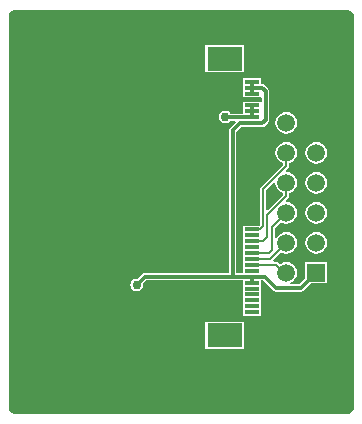
<source format=gbl>
G04*
G04 #@! TF.GenerationSoftware,Altium Limited,Altium Designer,20.2.5 (213)*
G04*
G04 Layer_Physical_Order=2*
G04 Layer_Color=16711680*
%FSLAX25Y25*%
%MOIN*%
G70*
G04*
G04 #@! TF.SameCoordinates,30BD3B00-C382-4E22-9566-45DB6D5F9054*
G04*
G04*
G04 #@! TF.FilePolarity,Positive*
G04*
G01*
G75*
%ADD21R,0.04921X0.01181*%
%ADD22R,0.11811X0.07874*%
%ADD24C,0.01200*%
%ADD25C,0.00800*%
%ADD26C,0.05906*%
%ADD27R,0.05906X0.05906*%
%ADD28C,0.13780*%
%ADD29C,0.03000*%
G36*
X89285Y126331D02*
X89723Y126149D01*
X90118Y125886D01*
X90453Y125550D01*
X90716Y125156D01*
X90898Y124718D01*
X90990Y124253D01*
Y124016D01*
Y-5906D01*
Y-6143D01*
X90898Y-6608D01*
X90716Y-7046D01*
X90453Y-7440D01*
X90118Y-7776D01*
X89723Y-8039D01*
X89285Y-8221D01*
X88820Y-8313D01*
X-21891D01*
X-22356Y-8221D01*
X-22794Y-8039D01*
X-23188Y-7776D01*
X-23524Y-7440D01*
X-23787Y-7046D01*
X-23969Y-6608D01*
X-24061Y-6143D01*
Y-5906D01*
Y124016D01*
Y124253D01*
X-23969Y124718D01*
X-23787Y125156D01*
X-23524Y125550D01*
X-23188Y125886D01*
X-22794Y126149D01*
X-22356Y126331D01*
X-21891Y126423D01*
X88820D01*
X89285Y126331D01*
D02*
G37*
%LPC*%
G36*
X54439Y114616D02*
X41428D01*
Y105542D01*
X54439D01*
Y114616D01*
D02*
G37*
G36*
X57087Y103586D02*
X56921Y103553D01*
X54026D01*
Y101172D01*
Y97235D01*
X56921D01*
X57087Y97202D01*
X57252Y97235D01*
X60147D01*
X60371Y96827D01*
Y96086D01*
X60147Y95679D01*
X57252D01*
X57087Y95712D01*
X56921Y95679D01*
X54026D01*
Y91784D01*
X49865D01*
X49608Y92168D01*
X48914Y92632D01*
X48094Y92795D01*
X47275Y92632D01*
X46580Y92168D01*
X46116Y91473D01*
X45953Y90654D01*
X46116Y89834D01*
X46580Y89139D01*
X47275Y88675D01*
X48094Y88512D01*
X48914Y88675D01*
X49608Y89139D01*
X49740Y89337D01*
X51394D01*
X51586Y88875D01*
X49729Y87019D01*
X49464Y86622D01*
X49371Y86154D01*
Y38625D01*
X21342D01*
X20874Y38532D01*
X20477Y38267D01*
X18937Y36726D01*
X18595Y36795D01*
X17775Y36632D01*
X17081Y36167D01*
X16616Y35473D01*
X16453Y34653D01*
X16616Y33834D01*
X17081Y33140D01*
X17775Y32675D01*
X18595Y32512D01*
X19414Y32675D01*
X20109Y33140D01*
X20573Y33834D01*
X20736Y34653D01*
X20667Y34996D01*
X21849Y36178D01*
X54026D01*
Y32274D01*
Y28337D01*
Y24400D01*
X60147D01*
Y28337D01*
Y32274D01*
Y36177D01*
X60840D01*
X64229Y32788D01*
X64626Y32523D01*
X65095Y32430D01*
X73382D01*
X73850Y32523D01*
X74247Y32788D01*
X76618Y35160D01*
X81994D01*
Y42265D01*
X74888D01*
Y36890D01*
X72875Y34877D01*
X69771D01*
X69672Y35377D01*
X70233Y35609D01*
X70975Y36179D01*
X71544Y36921D01*
X71902Y37785D01*
X72024Y38713D01*
X71902Y39640D01*
X71544Y40504D01*
X70975Y41246D01*
X70233Y41816D01*
X69368Y42174D01*
X68441Y42296D01*
X67514Y42174D01*
X66649Y41816D01*
X66372Y41603D01*
X65915Y42059D01*
X65584Y42281D01*
X65194Y42358D01*
X64236D01*
X64028Y42858D01*
X66741Y45571D01*
X67514Y45251D01*
X68441Y45129D01*
X69368Y45251D01*
X70233Y45609D01*
X70975Y46179D01*
X71544Y46921D01*
X71902Y47785D01*
X72024Y48713D01*
X71902Y49640D01*
X71544Y50504D01*
X70975Y51247D01*
X70233Y51816D01*
X69368Y52174D01*
X68441Y52296D01*
X67514Y52174D01*
X66649Y51816D01*
X65907Y51247D01*
X65338Y50504D01*
X65114Y49965D01*
X64614Y50064D01*
Y53444D01*
X66741Y55571D01*
X67514Y55251D01*
X68441Y55129D01*
X69368Y55251D01*
X70233Y55609D01*
X70975Y56179D01*
X71544Y56921D01*
X71902Y57785D01*
X72024Y58713D01*
X71902Y59640D01*
X71544Y60504D01*
X70975Y61247D01*
X70233Y61816D01*
X69368Y62174D01*
X68567Y62279D01*
X68323Y62743D01*
X69162Y63582D01*
X69383Y63912D01*
X69460Y64303D01*
Y65289D01*
X70233Y65609D01*
X70975Y66179D01*
X71544Y66921D01*
X71902Y67785D01*
X72024Y68713D01*
X71902Y69640D01*
X71544Y70504D01*
X70975Y71246D01*
X70233Y71816D01*
X69368Y72174D01*
X68567Y72279D01*
X68323Y72743D01*
X69162Y73582D01*
X69383Y73913D01*
X69460Y74303D01*
Y75289D01*
X70233Y75609D01*
X70975Y76179D01*
X71544Y76921D01*
X71902Y77785D01*
X72024Y78713D01*
X71902Y79640D01*
X71544Y80504D01*
X70975Y81247D01*
X70233Y81816D01*
X69368Y82174D01*
X68441Y82296D01*
X67514Y82174D01*
X66649Y81816D01*
X65907Y81247D01*
X65338Y80504D01*
X64980Y79640D01*
X64858Y78713D01*
X64980Y77785D01*
X65338Y76921D01*
X65907Y76179D01*
X66649Y75609D01*
X67421Y75289D01*
Y74725D01*
X60074Y67377D01*
X59852Y67046D01*
X59775Y66656D01*
Y54783D01*
X59352Y54360D01*
X57277D01*
X57179Y54340D01*
X54026D01*
Y49991D01*
Y46053D01*
Y42116D01*
Y38625D01*
X51818D01*
Y85647D01*
X53521Y87350D01*
X57077D01*
X57172Y87369D01*
X60533D01*
X61001Y87462D01*
X61398Y87727D01*
X62460Y88788D01*
X62725Y89185D01*
X62818Y89653D01*
Y99154D01*
X62725Y99622D01*
X62460Y100019D01*
X61229Y101249D01*
X60832Y101515D01*
X60364Y101608D01*
X60147D01*
Y103553D01*
X57252D01*
X57087Y103586D01*
D02*
G37*
G36*
X68441Y92296D02*
X67514Y92174D01*
X66649Y91816D01*
X65907Y91246D01*
X65338Y90504D01*
X64980Y89640D01*
X64858Y88713D01*
X64980Y87785D01*
X65338Y86921D01*
X65907Y86179D01*
X66649Y85609D01*
X67514Y85251D01*
X68441Y85129D01*
X69368Y85251D01*
X70233Y85609D01*
X70975Y86179D01*
X71544Y86921D01*
X71902Y87785D01*
X72024Y88713D01*
X71902Y89640D01*
X71544Y90504D01*
X70975Y91246D01*
X70233Y91816D01*
X69368Y92174D01*
X68441Y92296D01*
D02*
G37*
G36*
X78441Y82296D02*
X77513Y82174D01*
X76649Y81816D01*
X75907Y81247D01*
X75338Y80504D01*
X74980Y79640D01*
X74857Y78713D01*
X74980Y77785D01*
X75338Y76921D01*
X75907Y76179D01*
X76649Y75609D01*
X77513Y75251D01*
X78441Y75129D01*
X79368Y75251D01*
X80233Y75609D01*
X80975Y76179D01*
X81544Y76921D01*
X81902Y77785D01*
X82024Y78713D01*
X81902Y79640D01*
X81544Y80504D01*
X80975Y81247D01*
X80233Y81816D01*
X79368Y82174D01*
X78441Y82296D01*
D02*
G37*
G36*
Y72296D02*
X77513Y72174D01*
X76649Y71816D01*
X75907Y71246D01*
X75338Y70504D01*
X74980Y69640D01*
X74857Y68713D01*
X74980Y67785D01*
X75338Y66921D01*
X75907Y66179D01*
X76649Y65609D01*
X77513Y65251D01*
X78441Y65129D01*
X79368Y65251D01*
X80233Y65609D01*
X80975Y66179D01*
X81544Y66921D01*
X81902Y67785D01*
X82024Y68713D01*
X81902Y69640D01*
X81544Y70504D01*
X80975Y71246D01*
X80233Y71816D01*
X79368Y72174D01*
X78441Y72296D01*
D02*
G37*
G36*
Y62296D02*
X77513Y62174D01*
X76649Y61816D01*
X75907Y61247D01*
X75338Y60504D01*
X74980Y59640D01*
X74857Y58713D01*
X74980Y57785D01*
X75338Y56921D01*
X75907Y56179D01*
X76649Y55609D01*
X77513Y55251D01*
X78441Y55129D01*
X79368Y55251D01*
X80233Y55609D01*
X80975Y56179D01*
X81544Y56921D01*
X81902Y57785D01*
X82024Y58713D01*
X81902Y59640D01*
X81544Y60504D01*
X80975Y61247D01*
X80233Y61816D01*
X79368Y62174D01*
X78441Y62296D01*
D02*
G37*
G36*
Y52296D02*
X77513Y52174D01*
X76649Y51816D01*
X75907Y51247D01*
X75338Y50504D01*
X74980Y49640D01*
X74857Y48713D01*
X74980Y47785D01*
X75338Y46921D01*
X75907Y46179D01*
X76649Y45609D01*
X77513Y45251D01*
X78441Y45129D01*
X79368Y45251D01*
X80233Y45609D01*
X80975Y46179D01*
X81544Y46921D01*
X81902Y47785D01*
X82024Y48713D01*
X81902Y49640D01*
X81544Y50504D01*
X80975Y51247D01*
X80233Y51816D01*
X79368Y52174D01*
X78441Y52296D01*
D02*
G37*
G36*
X54439Y22411D02*
X41428D01*
Y13337D01*
X54439D01*
Y22411D01*
D02*
G37*
%LPD*%
G36*
X64874Y68587D02*
X64980Y67785D01*
X65338Y66921D01*
X65907Y66179D01*
X66649Y65609D01*
X67421Y65289D01*
Y64725D01*
X62276Y59580D01*
X61814Y59771D01*
Y66234D01*
X64411Y68831D01*
X64874Y68587D01*
D02*
G37*
D21*
X57087Y102362D02*
D03*
Y100394D02*
D03*
Y98425D02*
D03*
Y96457D02*
D03*
Y94488D02*
D03*
Y92520D02*
D03*
Y90551D02*
D03*
Y88583D02*
D03*
Y86614D02*
D03*
Y84646D02*
D03*
Y82677D02*
D03*
Y80709D02*
D03*
Y78740D02*
D03*
Y76772D02*
D03*
Y74803D02*
D03*
Y72835D02*
D03*
Y70866D02*
D03*
Y68898D02*
D03*
Y66929D02*
D03*
Y64961D02*
D03*
Y62992D02*
D03*
Y61024D02*
D03*
Y59055D02*
D03*
Y57087D02*
D03*
Y55118D02*
D03*
Y53150D02*
D03*
Y51181D02*
D03*
Y49213D02*
D03*
Y47244D02*
D03*
Y45276D02*
D03*
Y43307D02*
D03*
Y41339D02*
D03*
Y39370D02*
D03*
Y37402D02*
D03*
Y35433D02*
D03*
Y33465D02*
D03*
Y31496D02*
D03*
Y29528D02*
D03*
Y27559D02*
D03*
Y25591D02*
D03*
D22*
X47933Y17874D02*
D03*
Y110079D02*
D03*
D24*
X57077Y90561D02*
X57087Y90551D01*
X48187Y90561D02*
X57077D01*
X48094Y90654D02*
X48187Y90561D01*
X57087Y90551D02*
Y92520D01*
Y94488D01*
X50595Y37402D02*
X57087D01*
X21342D02*
X50595D01*
Y86154D01*
X57077Y88573D02*
X57087Y88583D01*
X53014Y88573D02*
X57077D01*
X50595Y86154D02*
X53014Y88573D01*
X57087Y100394D02*
X57096Y100384D01*
X60364D01*
X61594Y99154D01*
Y89653D02*
Y99154D01*
X57087Y88583D02*
X57096Y88592D01*
X60533D01*
X61594Y89653D01*
X57087Y98425D02*
Y100394D01*
Y102362D01*
Y37400D02*
X57087Y37401D01*
X18595Y34653D02*
X21342Y37402D01*
X57087Y35433D02*
Y37400D01*
Y37402D02*
X57087Y37401D01*
X61347D01*
X65095Y33654D01*
X73382D01*
X78441Y38713D01*
D25*
X60795Y54361D02*
Y66656D01*
X68441Y74303D01*
Y78713D01*
X57087Y53150D02*
X57277Y53340D01*
X59774D01*
X60795Y54361D01*
X68441Y64303D02*
Y68713D01*
X62195Y58056D02*
X68441Y64303D01*
X62195Y50653D02*
Y58056D01*
X57087Y49213D02*
X60754D01*
X62195Y50653D01*
X63595Y53866D02*
X68441Y58713D01*
X63595Y46154D02*
Y53866D01*
X57087Y45276D02*
X62717D01*
X63595Y46154D01*
X57087Y43307D02*
X63035D01*
X68441Y48713D01*
X57087Y41339D02*
X65194D01*
X67820Y38713D01*
X68441D01*
D26*
Y88713D02*
D03*
X78441D02*
D03*
X68441Y78713D02*
D03*
X78441D02*
D03*
X68441Y68713D02*
D03*
X78441D02*
D03*
X68441Y58713D02*
D03*
X78441D02*
D03*
X68441Y48713D02*
D03*
X78441D02*
D03*
X68441Y38713D02*
D03*
D27*
X78441D02*
D03*
D28*
X78740Y0D02*
D03*
Y118110D02*
D03*
X0D02*
D03*
Y0D02*
D03*
D29*
X48094Y90654D02*
D03*
X18595Y34653D02*
D03*
M02*

</source>
